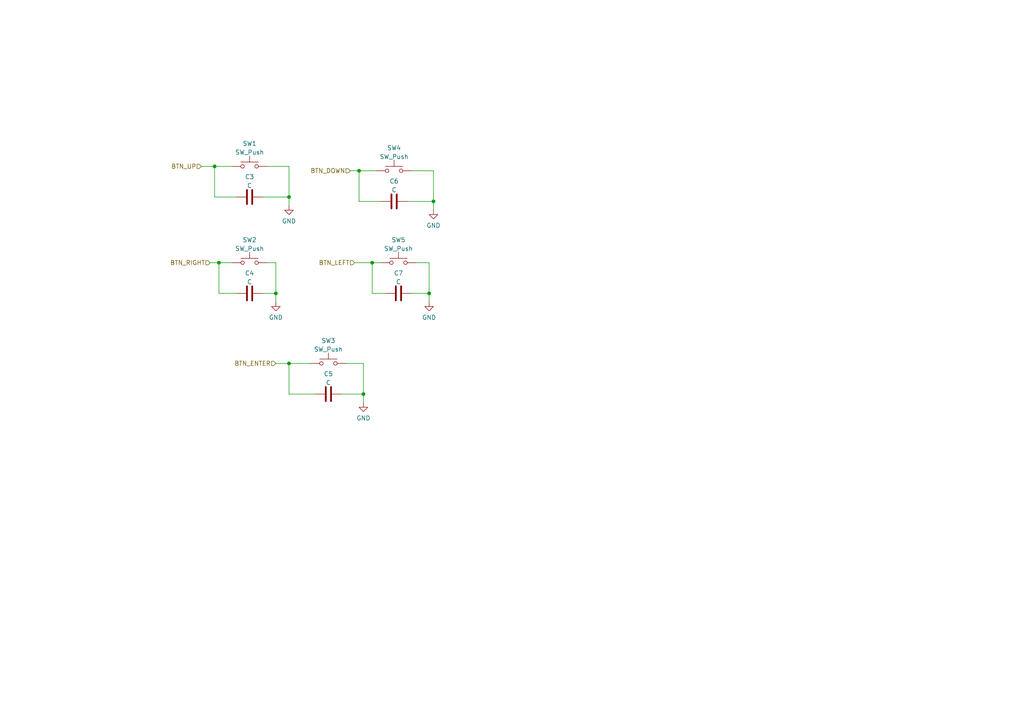
<source format=kicad_sch>
(kicad_sch (version 20211123) (generator eeschema)
  (paper "A4")
  (lib_symbols
    (symbol "Device:C" (pin_numbers hide) (pin_names (offset 0.254))
      (property "Reference" "C" (at 0.635 2.54 0))
      (property "Value" "C" (at 0.635 -2.54 0))
      (symbol "C_0_1"
        (polyline (pts (xy -2.032 -0.762) (xy 2.032 -0.762)) (stroke (width 0.508)))
        (polyline (pts (xy -2.032 0.762) (xy 2.032 0.762)) (stroke (width 0.508)))
      )
      (symbol "C_1_1"
        (pin passive line (at 0 3.81 270) (length 2.794) (name "~") (number "1"))
        (pin passive line (at 0 -3.81 90) (length 2.794) (name "~") (number "2"))
      )
    )
    (symbol "Switch:SW_Push" (pin_numbers hide) (pin_names (offset 1.016) hide)
      (property "Reference" "SW" (at 1.27 2.54 0))
      (property "Value" "SW_Push" (at 0 -1.524 0))
      (symbol "SW_Push_0_1"
        (circle (center -2.032 0) (radius 0.508))
        (polyline (pts (xy 0 1.27) (xy 0 3.048)))
        (polyline (pts (xy 2.54 1.27) (xy -2.54 1.27)))
        (circle (center 2.032 0) (radius 0.508))
        (pin passive line (at -5.08 0 0) (length 2.54) (name "1") (number "1"))
        (pin passive line (at 5.08 0 180) (length 2.54) (name "2") (number "2"))
      )
    )
    (symbol "power:GND" (power) (pin_names (offset 0))
      (property "Value" "GND" (at 0 -3.81 0))
      (symbol "GND_0_1"
        (polyline (pts (xy 0 0) (xy 0 -1.27) (xy 1.27 -1.27) (xy 0 -2.54) (xy -1.27 -1.27) (xy 0 -1.27)))
      )
      (symbol "GND_1_1"
        (pin power_in line (at 0 0 270) (length 0) hide (name "GND") (number "1"))
      )
    )
  )
  (junction (at 104.14 49.53))
  (junction (at 107.95 76.2))
  (junction (at 63.5 76.2))
  (junction (at 124.46 85.09))
  (junction (at 83.82 57.15))
  (junction (at 62.23 48.26))
  (junction (at 125.73 58.42))
  (junction (at 105.41 114.3))
  (junction (at 80.01 85.09))
  (junction (at 83.82 105.41))
  (wire (pts (xy 125.73 49.53) (xy 125.73 58.42)))
  (wire (pts (xy 118.11 58.42) (xy 125.73 58.42)))
  (wire (pts (xy 107.95 85.09) (xy 111.76 85.09)))
  (wire (pts (xy 62.23 57.15) (xy 62.23 48.26)))
  (wire (pts (xy 83.82 105.41) (xy 90.17 105.41)))
  (wire (pts (xy 91.44 114.3) (xy 83.82 114.3)))
  (wire (pts (xy 77.47 76.2) (xy 80.01 76.2)))
  (wire (pts (xy 119.38 85.09) (xy 124.46 85.09)))
  (wire (pts (xy 105.41 114.3) (xy 99.06 114.3)))
  (wire (pts (xy 76.2 85.09) (xy 80.01 85.09)))
  (wire (pts (xy 107.95 76.2) (xy 107.95 85.09)))
  (wire (pts (xy 125.73 58.42) (xy 125.73 60.96)))
  (wire (pts (xy 83.82 114.3) (xy 83.82 105.41)))
  (wire (pts (xy 124.46 76.2) (xy 124.46 85.09)))
  (wire (pts (xy 104.14 49.53) (xy 109.22 49.53)))
  (wire (pts (xy 110.49 58.42) (xy 104.14 58.42)))
  (wire (pts (xy 80.01 105.41) (xy 83.82 105.41)))
  (wire (pts (xy 62.23 48.26) (xy 67.31 48.26)))
  (wire (pts (xy 67.31 76.2) (xy 63.5 76.2)))
  (wire (pts (xy 68.58 57.15) (xy 62.23 57.15)))
  (wire (pts (xy 105.41 114.3) (xy 105.41 116.84)))
  (wire (pts (xy 119.38 49.53) (xy 125.73 49.53)))
  (wire (pts (xy 107.95 76.2) (xy 110.49 76.2)))
  (wire (pts (xy 104.14 58.42) (xy 104.14 49.53)))
  (wire (pts (xy 83.82 57.15) (xy 83.82 59.69)))
  (wire (pts (xy 83.82 48.26) (xy 83.82 57.15)))
  (wire (pts (xy 105.41 105.41) (xy 105.41 114.3)))
  (wire (pts (xy 102.87 76.2) (xy 107.95 76.2)))
  (wire (pts (xy 120.65 76.2) (xy 124.46 76.2)))
  (wire (pts (xy 63.5 76.2) (xy 63.5 85.09)))
  (wire (pts (xy 76.2 57.15) (xy 83.82 57.15)))
  (wire (pts (xy 124.46 85.09) (xy 124.46 87.63)))
  (wire (pts (xy 77.47 48.26) (xy 83.82 48.26)))
  (wire (pts (xy 80.01 85.09) (xy 80.01 87.63)))
  (wire (pts (xy 101.6 49.53) (xy 104.14 49.53)))
  (wire (pts (xy 60.96 76.2) (xy 63.5 76.2)))
  (wire (pts (xy 100.33 105.41) (xy 105.41 105.41)))
  (wire (pts (xy 58.42 48.26) (xy 62.23 48.26)))
  (wire (pts (xy 80.01 76.2) (xy 80.01 85.09)))
  (wire (pts (xy 63.5 85.09) (xy 68.58 85.09)))
  (hierarchical_label "BTN_UP" (shape input) (at 58.42 48.26 180))
  (hierarchical_label "BTN_LEFT" (shape input) (at 102.87 76.2 180))
  (hierarchical_label "BTN_RIGHT" (shape input) (at 60.96 76.2 180))
  (hierarchical_label "BTN_DOWN" (shape input) (at 101.6 49.53 180))
  (hierarchical_label "BTN_ENTER" (shape input) (at 80.01 105.41 180))
  (symbol (lib_id "Switch:SW_Push") (at 72.39 76.2 0) (unit 1)
    (property "Reference" "SW2" (at 72.39 69.5792 0))
    (property "Value" "SW_Push" (at 72.39 72.1161 0))
    (property "Footprint" "Button_Switch_SMD:SW_SPST_B3S-1000" (effects hide))
  )
  (symbol (lib_id "power:GND") (at 124.46 87.63 0) (unit 1)
    (property "Reference" "#PWR0127" (effects hide))
    (property "Value" "GND" (at 124.46 92.0734 0))
  )
  (symbol (lib_id "Switch:SW_Push") (at 95.25 105.41 0) (unit 1)
    (property "Reference" "SW3" (at 95.25 98.7892 0))
    (property "Value" "SW_Push" (at 95.25 101.3261 0))
    (property "Footprint" "Button_Switch_SMD:SW_SPST_TL3342" (effects hide))
  )
  (symbol (lib_id "Switch:SW_Push") (at 115.57 76.2 0) (unit 1)
    (property "Reference" "SW5" (at 115.57 69.5792 0))
    (property "Value" "SW_Push" (at 115.57 72.1161 0))
    (property "Footprint" "Button_Switch_SMD:SW_SPST_B3S-1000" (effects hide))
  )
  (symbol (lib_id "power:GND") (at 105.41 116.84 0) (unit 1)
    (property "Reference" "#PWR0129" (effects hide))
    (property "Value" "GND" (at 105.41 121.2834 0))
  )
  (symbol (lib_id "power:GND") (at 125.73 60.96 0) (unit 1)
    (property "Reference" "#PWR0130" (effects hide))
    (property "Value" "GND" (at 125.73 65.4034 0))
  )
  (symbol (lib_id "Device:C") (at 114.3 58.42 90) (unit 1)
    (property "Reference" "C6" (at 114.3 52.5612 90))
    (property "Value" "C" (at 114.3 55.0981 90))
    (property "Footprint" "Capacitor_SMD:C_0603_1608Metric" (effects hide))
  )
  (symbol (lib_id "Device:C") (at 72.39 57.15 90) (unit 1)
    (property "Reference" "C3" (at 72.39 51.2912 90))
    (property "Value" "C" (at 72.39 53.8281 90))
    (property "Footprint" "Capacitor_SMD:C_0603_1608Metric" (effects hide))
  )
  (symbol (lib_id "Switch:SW_Push") (at 72.39 48.26 0) (unit 1)
    (property "Reference" "SW1" (at 72.39 41.6392 0))
    (property "Value" "SW_Push" (at 72.39 44.1761 0))
    (property "Footprint" "Button_Switch_SMD:SW_SPST_B3S-1000" (effects hide))
  )
  (symbol (lib_id "Device:C") (at 72.39 85.09 90) (unit 1)
    (property "Reference" "C4" (at 72.39 79.2312 90))
    (property "Value" "C" (at 72.39 81.7681 90))
    (property "Footprint" "Capacitor_SMD:C_0603_1608Metric" (effects hide))
  )
  (symbol (lib_id "Device:C") (at 95.25 114.3 90) (unit 1)
    (property "Reference" "C5" (at 95.25 108.4412 90))
    (property "Value" "C" (at 95.25 110.9781 90))
    (property "Footprint" "Capacitor_SMD:C_0603_1608Metric" (effects hide))
  )
  (symbol (lib_id "Switch:SW_Push") (at 114.3 49.53 0) (unit 1)
    (property "Reference" "SW4" (at 114.3 42.9092 0))
    (property "Value" "SW_Push" (at 114.3 45.4461 0))
    (property "Footprint" "Button_Switch_SMD:SW_SPST_B3S-1000" (effects hide))
  )
  (symbol (lib_id "power:GND") (at 83.82 59.69 0) (unit 1)
    (property "Reference" "#PWR0131" (effects hide))
    (property "Value" "GND" (at 83.82 64.1334 0))
  )
  (symbol (lib_id "Device:C") (at 115.57 85.09 90) (unit 1)
    (property "Reference" "C7" (at 115.57 79.2312 90))
    (property "Value" "C" (at 115.57 81.7681 90))
    (property "Footprint" "Capacitor_SMD:C_0603_1608Metric" (effects hide))
  )
  (symbol (lib_id "power:GND") (at 80.01 87.63 0) (unit 1)
    (property "Reference" "#PWR0128" (effects hide))
    (property "Value" "GND" (at 80.01 92.0734 0))
  )
)
</source>
